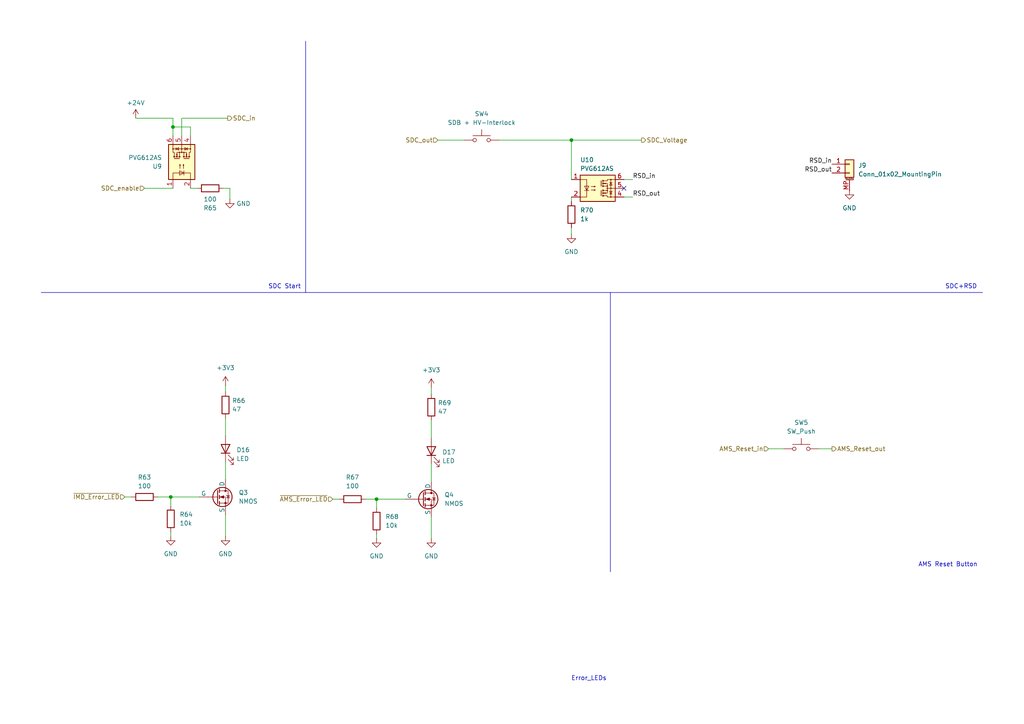
<source format=kicad_sch>
(kicad_sch (version 20250114) (generator "eeschema") (generator_version "9.0")
  (paper "A4")
  (lib_symbols
    (symbol "Connector_Generic_MountingPin:Conn_01x02_MountingPin" (pin_names (offset 1.016) (hide yes))
      (property "Reference" "J" (at 0 2.54 0))
      (property "Value" "Conn_01x02_MountingPin" (at 1.27 -5.08 0))
      (symbol "Conn_01x02_MountingPin_1_1"
        (rectangle (start -1.27 1.27) (end 1.27 -3.81) (stroke (width 0.254)) (fill (type background)))
        (rectangle (start -1.27 0.127) (end 0 -0.127) (stroke (width 0.1524)))
        (rectangle (start -1.27 -2.413) (end 0 -2.667) (stroke (width 0.1524)))
        (polyline (pts (xy -1.016 -4.572) (xy 1.016 -4.572)) (stroke (width 0.1524)))
        (text "Mounting" (at 0 -4.191 0) (effects (font (size 0.381 0.381))))
        (pin passive line (at -5.08 0 0) (length 3.81) (name "Pin_1") (number "1"))
        (pin passive line (at -5.08 -2.54 0) (length 3.81) (name "Pin_2") (number "2"))
        (pin passive line (at 0 -7.62 90) (length 3.048) (name "MountPin") (number "MP"))
      )
    )
    (symbol "Device:LED" (pin_numbers (hide yes)) (pin_names (offset 1.016) (hide yes))
      (property "Reference" "D" (at 0 2.54 0))
      (property "Value" "LED" (at 0 -2.54 0))
      (symbol "LED_0_1"
        (polyline (pts (xy -3.048 -0.762) (xy -4.572 -2.286) (xy -3.81 -2.286) (xy -4.572 -2.286) (xy -4.572 -1.524)))
        (polyline (pts (xy -1.778 -0.762) (xy -3.302 -2.286) (xy -2.54 -2.286) (xy -3.302 -2.286) (xy -3.302 -1.524)))
        (polyline (pts (xy -1.27 0) (xy 1.27 0)))
        (polyline (pts (xy -1.27 -1.27) (xy -1.27 1.27)) (stroke (width 0.254)))
        (polyline (pts (xy 1.27 -1.27) (xy 1.27 1.27) (xy -1.27 0) (xy 1.27 -1.27)) (stroke (width 0.254)))
      )
      (symbol "LED_1_1"
        (pin passive line (at -3.81 0 0) (length 2.54) (name "K") (number "1"))
        (pin passive line (at 3.81 0 180) (length 2.54) (name "A") (number "2"))
      )
    )
    (symbol "Device:R" (pin_numbers (hide yes)) (pin_names (offset 0))
      (property "Reference" "R" (at 2.032 0 90))
      (property "Value" "R" (at 0 0 90))
      (symbol "R_0_1"
        (rectangle (start -1.016 -2.54) (end 1.016 2.54) (stroke (width 0.254)))
      )
      (symbol "R_1_1"
        (pin passive line (at 0 3.81 270) (length 1.27) (name "~") (number "1"))
        (pin passive line (at 0 -3.81 90) (length 1.27) (name "~") (number "2"))
      )
    )
    (symbol "FaSTTUBe_Power-Switches:PVG612AS"
      (property "Reference" "U" (at -3.81 5.08 0))
      (property "Value" "PVG612AS" (at 0 -5.08 0))
      (symbol "PVG612AS_0_1"
        (rectangle (start -5.08 3.81) (end 5.08 -3.81) (stroke (width 0.254)) (fill (type background)))
        (polyline (pts (xy -5.08 2.54) (xy -3.175 2.54) (xy -3.175 -2.54) (xy -5.08 -2.54)))
        (polyline (pts (xy -3.81 -0.635) (xy -2.54 -0.635)))
        (polyline (pts (xy -3.175 -0.635) (xy -3.81 0.635) (xy -2.54 0.635) (xy -3.175 -0.635)))
        (polyline (pts (xy -1.905 0.508) (xy -0.635 0.508) (xy -1.016 0.381) (xy -1.016 0.635) (xy -0.635 0.508)))
        (polyline (pts (xy -1.905 -0.508) (xy -0.635 -0.508) (xy -1.016 -0.635) (xy -1.016 -0.381) (xy -0.635 -0.508)))
        (polyline (pts (xy 1.016 2.159) (xy 1.016 0.635)) (stroke (width 0.2032)))
        (polyline (pts (xy 1.016 -0.635) (xy 1.016 -2.159)) (stroke (width 0.2032)))
        (polyline (pts (xy 1.524 2.286) (xy 1.524 2.032) (xy 1.524 2.032)) (stroke (width 0.3556)))
        (polyline (pts (xy 1.524 1.524) (xy 1.524 1.27) (xy 1.524 1.27)) (stroke (width 0.3556)))
        (polyline (pts (xy 1.524 0.762) (xy 1.524 0.508) (xy 1.524 0.508)) (stroke (width 0.3556)))
        (polyline (pts (xy 1.524 -0.508) (xy 1.524 -0.762)) (stroke (width 0.3556)))
        (polyline (pts (xy 1.524 -1.27) (xy 1.524 -1.524) (xy 1.524 -1.524)) (stroke (width 0.3556)))
        (polyline (pts (xy 1.524 -2.032) (xy 1.524 -2.286) (xy 1.524 -2.286)) (stroke (width 0.3556)))
        (polyline (pts (xy 1.651 2.159) (xy 2.794 2.159) (xy 2.794 2.54) (xy 5.08 2.54)))
        (polyline (pts (xy 1.651 1.397) (xy 2.794 1.397) (xy 2.794 0.635)))
        (polyline (pts (xy 1.651 -0.635) (xy 2.794 -0.635) (xy 2.794 0.635) (xy 1.651 0.635)))
        (polyline (pts (xy 1.651 -1.397) (xy 2.794 -1.397) (xy 2.794 -0.635)))
        (polyline (pts (xy 1.651 -2.159) (xy 2.794 -2.159) (xy 2.794 -2.54) (xy 5.08 -2.54)))
        (polyline (pts (xy 1.778 1.397) (xy 2.286 1.524) (xy 2.286 1.27) (xy 1.778 1.397)))
        (polyline (pts (xy 1.778 -1.397) (xy 2.286 -1.27) (xy 2.286 -1.524) (xy 1.778 -1.397)))
        (circle (center 2.794 0.635) (radius 0.127))
        (polyline (pts (xy 2.794 0) (xy 5.08 0)))
        (circle (center 2.794 0) (radius 0.127))
        (circle (center 2.794 -0.635) (radius 0.127))
        (polyline (pts (xy 3.429 1.651) (xy 4.191 1.651)))
        (polyline (pts (xy 3.429 -1.651) (xy 4.191 -1.651)))
        (circle (center 3.81 2.54) (radius 0.127))
        (polyline (pts (xy 3.81 1.651) (xy 3.429 0.889) (xy 4.191 0.889) (xy 3.81 1.651)))
        (circle (center 3.81 0) (radius 0.127))
        (polyline (pts (xy 3.81 -1.651) (xy 3.429 -0.889) (xy 4.191 -0.889) (xy 3.81 -1.651)))
        (polyline (pts (xy 3.81 -2.54) (xy 3.81 2.54)))
        (circle (center 3.81 -2.54) (radius 0.127))
      )
      (symbol "PVG612AS_1_1"
        (pin passive line (at -7.62 2.54 0) (length 2.54) (name "~") (number "1"))
        (pin passive line (at -7.62 -2.54 0) (length 2.54) (name "~") (number "2"))
        (pin no_connect line (at -5.08 0 0) (length 2.54) (hide yes) (name "~") (number "3"))
        (pin passive line (at 7.62 2.54 180) (length 2.54) (name "~") (number "6"))
        (pin passive line (at 7.62 0 180) (length 2.54) (name "~") (number "5"))
        (pin passive line (at 7.62 -2.54 180) (length 2.54) (name "~") (number "4"))
      )
    )
    (symbol "Simulation_SPICE:NMOS" (pin_numbers (hide yes)) (pin_names (offset 0))
      (property "Reference" "Q" (at 5.08 1.27 0))
      (property "Value" "NMOS" (at 5.08 -1.27 0))
      (symbol "NMOS_0_1"
        (polyline (pts (xy 0.254 1.905) (xy 0.254 -1.905)) (stroke (width 0.254)))
        (polyline (pts (xy 0.254 0) (xy -2.54 0)))
        (polyline (pts (xy 0.762 2.286) (xy 0.762 1.27)) (stroke (width 0.254)))
        (polyline (pts (xy 0.762 0.508) (xy 0.762 -0.508)) (stroke (width 0.254)))
        (polyline (pts (xy 0.762 -1.27) (xy 0.762 -2.286)) (stroke (width 0.254)))
        (polyline (pts (xy 0.762 -1.778) (xy 3.302 -1.778) (xy 3.302 1.778) (xy 0.762 1.778)))
        (polyline (pts (xy 1.016 0) (xy 2.032 0.381) (xy 2.032 -0.381) (xy 1.016 0)) (fill (type outline)))
        (circle (center 1.651 0) (radius 2.794) (stroke (width 0.254)))
        (polyline (pts (xy 2.54 2.54) (xy 2.54 1.778)))
        (circle (center 2.54 1.778) (radius 0.254) (fill (type outline)))
        (circle (center 2.54 -1.778) (radius 0.254) (fill (type outline)))
        (polyline (pts (xy 2.54 -2.54) (xy 2.54 0) (xy 0.762 0)))
        (polyline (pts (xy 2.794 0.508) (xy 2.921 0.381) (xy 3.683 0.381) (xy 3.81 0.254)))
        (polyline (pts (xy 3.302 0.381) (xy 2.921 -0.254) (xy 3.683 -0.254) (xy 3.302 0.381)))
      )
      (symbol "NMOS_1_1"
        (pin input line (at -5.08 0 0) (length 2.54) (name "G") (number "2"))
        (pin passive line (at 2.54 5.08 270) (length 2.54) (name "D") (number "1"))
        (pin passive line (at 2.54 -5.08 90) (length 2.54) (name "S") (number "3"))
      )
    )
    (symbol "Switch:SW_Push" (pin_numbers (hide yes)) (pin_names (offset 1.016) (hide yes))
      (property "Reference" "SW" (at 1.27 2.54 0))
      (property "Value" "SW_Push" (at 0 -1.524 0))
      (symbol "SW_Push_0_1"
        (circle (center -2.032 0) (radius 0.508))
        (polyline (pts (xy 0 1.27) (xy 0 3.048)))
        (circle (center 2.032 0) (radius 0.508))
        (polyline (pts (xy 2.54 1.27) (xy -2.54 1.27)))
        (pin passive line (at -5.08 0 0) (length 2.54) (name "1") (number "1"))
        (pin passive line (at 5.08 0 180) (length 2.54) (name "2") (number "2"))
      )
    )
    (symbol "power:+24V" (power) (pin_numbers (hide yes)) (pin_names (offset 0) (hide yes))
      (property "Value" "+24V" (at 0 3.556 0))
      (symbol "+24V_0_1"
        (polyline (pts (xy -0.762 1.27) (xy 0 2.54)))
        (polyline (pts (xy 0 2.54) (xy 0.762 1.27)))
        (polyline (pts (xy 0 0) (xy 0 2.54)))
      )
      (symbol "+24V_1_1"
        (pin power_in line (at 0 0 90) (length 0) (name "~") (number "1"))
      )
    )
    (symbol "power:+3V3" (power) (pin_numbers (hide yes)) (pin_names (offset 0) (hide yes))
      (property "Value" "+3V3" (at 0 3.556 0))
      (symbol "+3V3_0_1"
        (polyline (pts (xy -0.762 1.27) (xy 0 2.54)))
        (polyline (pts (xy 0 2.54) (xy 0.762 1.27)))
        (polyline (pts (xy 0 0) (xy 0 2.54)))
      )
      (symbol "+3V3_1_1"
        (pin power_in line (at 0 0 90) (length 0) (name "~") (number "1"))
      )
    )
    (symbol "power:GND" (power) (pin_numbers (hide yes)) (pin_names (offset 0) (hide yes))
      (property "Value" "GND" (at 0 -3.81 0))
      (symbol "GND_0_1"
        (polyline (pts (xy 0 0) (xy 0 -1.27) (xy 1.27 -1.27) (xy 0 -2.54) (xy -1.27 -1.27) (xy 0 -1.27)))
      )
      (symbol "GND_1_1"
        (pin power_in line (at 0 0 270) (length 0) (name "~") (number "1"))
      )
    )
  )
  (text "AMS Reset Button" (at 274.955 163.83 0) (effects (font (size 1.27 1.27))))
  (text "Error_LEDs" (at 170.815 196.85 0) (effects (font (size 1.27 1.27))))
  (text "SDC+RSD" (at 278.765 83.185 0) (effects (font (size 1.27 1.27))))
  (text "SDC Start" (at 82.55 83.185 0) (effects (font (size 1.27 1.27))))
  (junction (at 50.165 36.83))
  (junction (at 165.735 40.64))
  (junction (at 109.22 144.78))
  (junction (at 49.53 144.145))
  (no_connect (at 180.975 54.61))
  (wire (pts (xy 237.49 130.175) (xy 241.3 130.175)))
  (wire (pts (xy 36.195 144.145) (xy 38.1 144.145)))
  (wire (pts (xy 96.52 144.78) (xy 98.425 144.78)))
  (wire (pts (xy 222.885 130.175) (xy 227.33 130.175)))
  (wire (pts (xy 65.405 149.225) (xy 65.405 155.575)))
  (wire (pts (xy 39.37 34.29) (xy 50.165 34.29)))
  (wire (pts (xy 55.245 39.37) (xy 55.245 36.83)))
  (wire (pts (xy 109.22 144.78) (xy 109.22 147.32)))
  (wire (pts (xy 64.77 54.61) (xy 66.675 54.61)))
  (wire (pts (xy 183.515 52.07) (xy 180.975 52.07)))
  (wire (pts (xy 127 40.64) (xy 134.62 40.64)))
  (wire (pts (xy 125.095 149.86) (xy 125.095 156.21)))
  (polyline (pts (xy 88.646 11.938) (xy 88.646 84.836)))
  (wire (pts (xy 180.975 57.15) (xy 183.515 57.15)))
  (wire (pts (xy 50.165 39.37) (xy 50.165 36.83)))
  (polyline (pts (xy 11.938 84.836) (xy 284.988 84.836)))
  (wire (pts (xy 125.095 134.62) (xy 125.095 139.7)))
  (wire (pts (xy 106.045 144.78) (xy 109.22 144.78)))
  (wire (pts (xy 165.735 40.64) (xy 186.055 40.64)))
  (wire (pts (xy 165.735 66.04) (xy 165.735 67.945)))
  (wire (pts (xy 165.735 57.15) (xy 165.735 58.42)))
  (wire (pts (xy 165.735 40.64) (xy 165.735 52.07)))
  (wire (pts (xy 125.095 112.395) (xy 125.095 114.3)))
  (wire (pts (xy 49.53 144.145) (xy 57.785 144.145)))
  (wire (pts (xy 45.72 144.145) (xy 49.53 144.145)))
  (wire (pts (xy 41.91 54.61) (xy 50.165 54.61)))
  (wire (pts (xy 65.405 111.76) (xy 65.405 113.665)))
  (wire (pts (xy 65.405 121.285) (xy 65.405 126.365)))
  (wire (pts (xy 66.675 54.61) (xy 66.675 57.785)))
  (wire (pts (xy 50.165 36.83) (xy 55.245 36.83)))
  (polyline (pts (xy 177.038 84.836) (xy 177.038 165.862)))
  (wire (pts (xy 52.705 34.29) (xy 66.04 34.29)))
  (wire (pts (xy 49.53 144.145) (xy 49.53 146.685)))
  (wire (pts (xy 52.705 39.37) (xy 52.705 34.29)))
  (wire (pts (xy 144.78 40.64) (xy 165.735 40.64)))
  (wire (pts (xy 50.165 36.83) (xy 50.165 34.29)))
  (wire (pts (xy 55.245 54.61) (xy 57.15 54.61)))
  (wire (pts (xy 125.095 121.92) (xy 125.095 127)))
  (wire (pts (xy 109.22 144.78) (xy 117.475 144.78)))
  (wire (pts (xy 109.22 156.21) (xy 109.22 154.94)))
  (wire (pts (xy 49.53 155.575) (xy 49.53 154.305)))
  (wire (pts (xy 65.405 133.985) (xy 65.405 139.065)))
  (label "RSD_out" (at 241.3 50.165 180))
  (label "RSD_in" (at 183.515 52.07 0))
  (label "RSD_out" (at 183.515 57.15 0))
  (label "RSD_in" (at 241.3 47.625 180))
  (hierarchical_label "SDC_out" (shape input) (at 127 40.64 180))
  (hierarchical_label "~{AMS_Error_LED}" (shape input) (at 96.52 144.78 180))
  (hierarchical_label "~{IMD_Error_LED}" (shape input) (at 36.195 144.145 180))
  (hierarchical_label "SDC_in" (shape output) (at 66.04 34.29 0))
  (hierarchical_label "AMS_Reset_in" (shape input) (at 222.885 130.175 180))
  (hierarchical_label "SDC_enable" (shape input) (at 41.91 54.61 180))
  (hierarchical_label "SDC_Voltage" (shape output) (at 186.055 40.64 0))
  (hierarchical_label "AMS_Reset_out" (shape output) (at 241.3 130.175 0))
  (symbol (lib_id "Device:R") (at 125.095 118.11 180) (unit 1)
    (property "Reference" "R69" (at 127 116.8399 0) (effects (justify right)))
    (property "Value" "47" (at 127 119.3799 0) (effects (justify right)))
    (property "Footprint" "Resistor_SMD:R_1206_3216Metric" (effects (hide yes)))
    (property "Datasheet" "CRGCQ1206F15R" (effects (hide yes)))
    (property "Description" "Resistor" (effects (hide yes)))
  )
  (symbol (lib_id "Device:R") (at 41.91 144.145 270) (unit 1)
    (property "Reference" "R63" (at 41.91 138.43 90))
    (property "Value" "100" (at 41.91 140.97 90))
    (property "Footprint" "Resistor_SMD:R_0603_1608Metric" (effects (hide yes)))
    (property "Description" "Resistor" (effects (hide yes)))
  )
  (symbol (lib_id "Device:R") (at 49.53 150.495 180) (unit 1)
    (property "Reference" "R64" (at 52.07 149.2249 0) (effects (justify right)))
    (property "Value" "10k" (at 52.07 151.7649 0) (effects (justify right)))
    (property "Footprint" "Resistor_SMD:R_0603_1608Metric" (effects (hide yes)))
    (property "Description" "Resistor" (effects (hide yes)))
  )
  (symbol (lib_id "power:GND") (at 66.675 57.785 0) (mirror y) (unit 1)
    (property "Reference" "#PWR0117" (effects (hide yes)))
    (property "Value" "GND" (at 68.58 59.0549 0) (effects (justify right)))
    (property "Description" "Power symbol creates a global label with name \"GND\" , ground" (effects (hide yes)))
  )
  (symbol (lib_id "power:GND") (at 109.22 156.21 0) (unit 1)
    (property "Reference" "#PWR0118" (effects (hide yes)))
    (property "Value" "GND" (at 109.22 161.29 0))
    (property "Description" "Power symbol creates a global label with name \"GND\" , ground" (effects (hide yes)))
  )
  (symbol (lib_id "Device:R") (at 65.405 117.475 180) (unit 1)
    (property "Reference" "R66" (at 67.31 116.2049 0) (effects (justify right)))
    (property "Value" "47" (at 67.31 118.7449 0) (effects (justify right)))
    (property "Footprint" "Resistor_SMD:R_1206_3216Metric" (effects (hide yes)))
    (property "Datasheet" "CRGCQ1206F15R" (effects (hide yes)))
    (property "Description" "Resistor" (effects (hide yes)))
  )
  (symbol (lib_id "Device:R") (at 165.735 62.23 180) (unit 1)
    (property "Reference" "R70" (at 168.275 60.9599 0) (effects (justify right)))
    (property "Value" "1k" (at 168.275 63.4999 0) (effects (justify right)))
    (property "Footprint" "Resistor_SMD:R_1206_3216Metric" (effects (hide yes)))
    (property "Datasheet" "CHP1206-FX-1001ELF" (effects (hide yes)))
    (property "Description" "Resistor" (effects (hide yes)))
  )
  (symbol (lib_id "power:GND") (at 246.38 55.245 0) (unit 1)
    (property "Reference" "#PWR0122" (effects (hide yes)))
    (property "Value" "GND" (at 246.38 60.325 0))
    (property "Description" "Power symbol creates a global label with name \"GND\" , ground" (effects (hide yes)))
  )
  (symbol (lib_id "power:+3V3") (at 65.405 111.76 0) (unit 1)
    (property "Reference" "#PWR0115" (effects (hide yes)))
    (property "Value" "+3V3" (at 65.405 106.68 0))
    (property "Description" "Power symbol creates a global label with name \"+3V3\"" (effects (hide yes)))
  )
  (symbol (lib_id "Simulation_SPICE:NMOS") (at 62.865 144.145 0) (unit 1)
    (property "Reference" "Q3" (at 69.215 142.8749 0) (effects (justify left)))
    (property "Value" "NMOS" (at 69.215 145.4149 0) (effects (justify left)))
    (property "Footprint" "Package_TO_SOT_SMD:SOT-23-3" (effects (hide yes)))
    (property "Datasheet" "https://ngspice.sourceforge.io/docs/ngspice-html-manual/manual.xhtml#cha_MOSFETs" (effects (hide yes)))
    (property "Description" "N-MOSFET transistor, drain/source/gate" (effects (hide yes)))
    (property "Sim.Device" "NMOS" (effects (hide yes)))
    (property "Sim.Type" "VDMOS" (effects (hide yes)))
    (property "Sim.Pins" "1=D 2=G 3=S" (effects (hide yes)))
  )
  (symbol (lib_id "Device:R") (at 102.235 144.78 270) (unit 1)
    (property "Reference" "R67" (at 102.235 138.43 90))
    (property "Value" "100" (at 102.235 140.97 90))
    (property "Footprint" "Resistor_SMD:R_0603_1608Metric" (effects (hide yes)))
    (property "Description" "Resistor" (effects (hide yes)))
  )
  (symbol (lib_id "power:GND") (at 49.53 155.575 0) (unit 1)
    (property "Reference" "#PWR0114" (effects (hide yes)))
    (property "Value" "GND" (at 49.53 160.655 0))
    (property "Description" "Power symbol creates a global label with name \"GND\" , ground" (effects (hide yes)))
  )
  (symbol (lib_id "Device:R") (at 60.96 54.61 90) (mirror x) (unit 1)
    (property "Reference" "R65" (at 60.96 60.325 90))
    (property "Value" "100" (at 60.96 57.785 90))
    (property "Footprint" "Resistor_SMD:R_0603_1608Metric" (effects (hide yes)))
    (property "Description" "Resistor" (effects (hide yes)))
  )
  (symbol (lib_id "Device:LED") (at 65.405 130.175 90) (unit 1)
    (property "Reference" "D16" (at 68.58 130.4924 90) (effects (justify right)))
    (property "Value" "LED" (at 68.58 133.0324 90) (effects (justify right)))
    (property "Footprint" "FaSTTUBe_connectors:Micro_Mate-N-Lok_2p_vertical" (effects (hide yes)))
    (property "Description" "Light emitting diode" (effects (hide yes)))
  )
  (symbol (lib_id "Device:R") (at 109.22 151.13 180) (unit 1)
    (property "Reference" "R68" (at 111.76 149.8599 0) (effects (justify right)))
    (property "Value" "10k" (at 111.76 152.3999 0) (effects (justify right)))
    (property "Footprint" "Resistor_SMD:R_0603_1608Metric" (effects (hide yes)))
    (property "Description" "Resistor" (effects (hide yes)))
  )
  (symbol (lib_id "Device:LED") (at 125.095 130.81 90) (unit 1)
    (property "Reference" "D17" (at 128.27 131.1274 90) (effects (justify right)))
    (property "Value" "LED" (at 128.27 133.6674 90) (effects (justify right)))
    (property "Footprint" "FaSTTUBe_connectors:Micro_Mate-N-Lok_2p_vertical" (effects (hide yes)))
    (property "Description" "Light emitting diode" (effects (hide yes)))
  )
  (symbol (lib_id "power:GND") (at 65.405 155.575 0) (unit 1)
    (property "Reference" "#PWR0116" (effects (hide yes)))
    (property "Value" "GND" (at 65.405 160.655 0))
    (property "Description" "Power symbol creates a global label with name \"GND\" , ground" (effects (hide yes)))
  )
  (symbol (lib_id "Switch:SW_Push") (at 139.7 40.64 0) (unit 1)
    (property "Reference" "SW4" (at 139.7 33.02 0))
    (property "Value" "SDB + HV-Interlock" (at 139.7 35.56 0))
    (property "Footprint" "FaSTTUBe_connectors:Micro_Mate-N-Lok_2p_vertical" (effects (hide yes)))
    (property "Description" "Push button switch, generic, two pins" (effects (hide yes)))
  )
  (symbol (lib_id "power:GND") (at 125.095 156.21 0) (unit 1)
    (property "Reference" "#PWR0120" (effects (hide yes)))
    (property "Value" "GND" (at 125.095 161.29 0))
    (property "Description" "Power symbol creates a global label with name \"GND\" , ground" (effects (hide yes)))
  )
  (symbol (lib_id "Simulation_SPICE:NMOS") (at 122.555 144.78 0) (unit 1)
    (property "Reference" "Q4" (at 128.905 143.5099 0) (effects (justify left)))
    (property "Value" "NMOS" (at 128.905 146.0499 0) (effects (justify left)))
    (property "Footprint" "Package_TO_SOT_SMD:SOT-23-3" (effects (hide yes)))
    (property "Datasheet" "https://ngspice.sourceforge.io/docs/ngspice-html-manual/manual.xhtml#cha_MOSFETs" (effects (hide yes)))
    (property "Description" "N-MOSFET transistor, drain/source/gate" (effects (hide yes)))
    (property "Sim.Device" "NMOS" (effects (hide yes)))
    (property "Sim.Type" "VDMOS" (effects (hide yes)))
    (property "Sim.Pins" "1=D 2=G 3=S" (effects (hide yes)))
  )
  (symbol (lib_id "power:+24V") (at 39.37 34.29 0) (unit 1)
    (property "Reference" "#PWR0113" (effects (hide yes)))
    (property "Value" "+24V" (at 39.37 29.845 0))
    (property "Description" "Power symbol creates a global label with name \"+24V\"" (effects (hide yes)))
  )
  (symbol (lib_id "power:+3V3") (at 125.095 112.395 0) (unit 1)
    (property "Reference" "#PWR0119" (effects (hide yes)))
    (property "Value" "+3V3" (at 125.095 107.315 0))
    (property "Description" "Power symbol creates a global label with name \"+3V3\"" (effects (hide yes)))
  )
  (symbol (lib_id "FaSTTUBe_Power-Switches:PVG612AS") (at 52.705 46.99 90) (unit 1)
    (property "Reference" "U9" (at 46.99 48.2601 90) (effects (justify left)))
    (property "Value" "PVG612AS" (at 46.99 45.7201 90) (effects (justify left)))
    (property "Footprint" "Package_DIP:SMDIP-6_W9.53mm" (effects (hide yes)))
    (property "Datasheet" "https://www.infineon.com/dgdl/Infineon-PVG612A-DataSheet-v01_00-EN.pdf?fileId=5546d462533600a401535683ca14293a" (effects (hide yes)))
    (property "Description" "Photo MOSFET optically coupled, 60VDC, 4A, 35mohm, Isolation 4000 VRMS, SMDIP-6" (effects (hide yes)))
  )
  (symbol (lib_id "Switch:SW_Push") (at 232.41 130.175 0) (unit 1)
    (property "Reference" "SW5" (at 232.41 122.555 0))
    (property "Value" "SW_Push" (at 232.41 125.095 0))
    (property "Footprint" "FaSTTUBe_connectors:Micro_Mate-N-Lok_2p_vertical" (effects (hide yes)))
    (property "Description" "Push button switch, generic, two pins" (effects (hide yes)))
  )
  (symbol (lib_id "Connector_Generic_MountingPin:Conn_01x02_MountingPin") (at 246.38 47.625 0) (unit 1)
    (property "Reference" "J9" (at 248.92 47.9805 0) (effects (justify left)))
    (property "Value" "Conn_01x02_MountingPin" (at 248.92 50.5205 0) (effects (justify left)))
    (property "Footprint" "FaSTTUBe_connectors:Micro_Mate-N-Lok_2p_vertical" (effects (hide yes)))
    (property "Description" "Generic connectable mounting pin connector, single row, 01x02, script generated (kicad-library-utils/schlib/autogen/connector/)" (effects (hide yes)))
  )
  (symbol (lib_id "power:GND") (at 165.735 67.945 0) (unit 1)
    (property "Reference" "#PWR0121" (effects (hide yes)))
    (property "Value" "GND" (at 165.735 73.025 0))
    (property "Description" "Power symbol creates a global label with name \"GND\" , ground" (effects (hide yes)))
  )
  (symbol (lib_id "FaSTTUBe_Power-Switches:PVG612AS") (at 173.355 54.61 0) (unit 1)
    (property "Reference" "U10" (at 168.275 46.355 0) (effects (justify left)))
    (property "Value" "PVG612AS" (at 168.275 48.895 0) (effects (justify left)))
    (property "Footprint" "Package_DIP:SMDIP-6_W9.53mm" (effects (hide yes)))
    (property "Datasheet" "https://www.infineon.com/dgdl/Infineon-PVG612A-DataSheet-v01_00-EN.pdf?fileId=5546d462533600a401535683ca14293a" (effects (hide yes)))
    (property "Description" "Photo MOSFET optically coupled, 60VDC, 4A, 35mohm, Isolation 4000 VRMS, SMDIP-6" (effects (hide yes)))
  )
)
</source>
